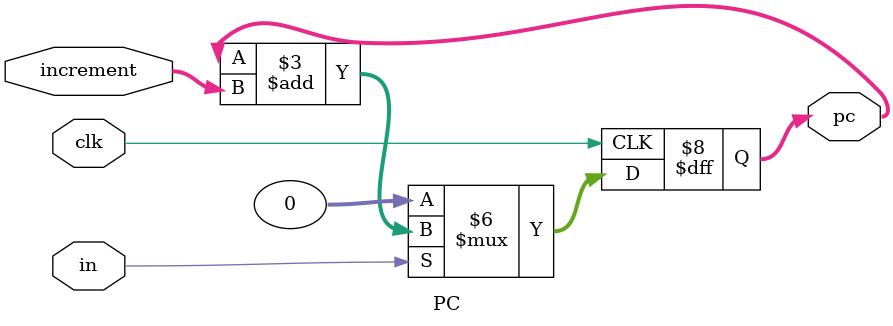
<source format=v>
`timescale 1ns/1ns
module PC(
    input clk,
    input in,
    input [31:0] increment,
    output reg [31:0] pc
);

// Inicializar PC en 0 al comienzo
initial begin
    pc = 32'h00000000;
end

// Incrementar PC cuando se recibe una señal de reloj (clk) y la señal de reset (rst) está desactivada
always @(posedge clk) begin
    if (!in) begin
        pc <= 32'h00000000;
    end else begin
        pc <= pc + increment;
    end
end

endmodule


</source>
